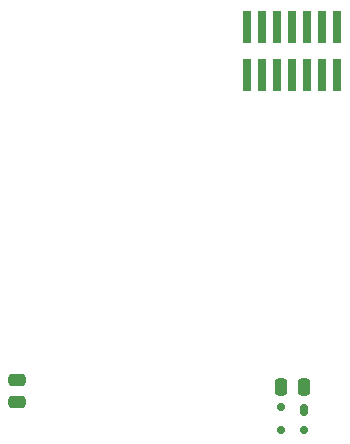
<source format=gbp>
G04 #@! TF.GenerationSoftware,KiCad,Pcbnew,9.0.6*
G04 #@! TF.CreationDate,2025-12-02T23:01:08+01:00*
G04 #@! TF.ProjectId,floppyv3_expansion,666c6f70-7079-4763-935f-657870616e73,rev?*
G04 #@! TF.SameCoordinates,Original*
G04 #@! TF.FileFunction,Paste,Bot*
G04 #@! TF.FilePolarity,Positive*
%FSLAX46Y46*%
G04 Gerber Fmt 4.6, Leading zero omitted, Abs format (unit mm)*
G04 Created by KiCad (PCBNEW 9.0.6) date 2025-12-02 23:01:08*
%MOMM*%
%LPD*%
G01*
G04 APERTURE LIST*
G04 Aperture macros list*
%AMRoundRect*
0 Rectangle with rounded corners*
0 $1 Rounding radius*
0 $2 $3 $4 $5 $6 $7 $8 $9 X,Y pos of 4 corners*
0 Add a 4 corners polygon primitive as box body*
4,1,4,$2,$3,$4,$5,$6,$7,$8,$9,$2,$3,0*
0 Add four circle primitives for the rounded corners*
1,1,$1+$1,$2,$3*
1,1,$1+$1,$4,$5*
1,1,$1+$1,$6,$7*
1,1,$1+$1,$8,$9*
0 Add four rect primitives between the rounded corners*
20,1,$1+$1,$2,$3,$4,$5,0*
20,1,$1+$1,$4,$5,$6,$7,0*
20,1,$1+$1,$6,$7,$8,$9,0*
20,1,$1+$1,$8,$9,$2,$3,0*%
G04 Aperture macros list end*
%ADD10RoundRect,0.175000X0.175000X0.325000X-0.175000X0.325000X-0.175000X-0.325000X0.175000X-0.325000X0*%
%ADD11RoundRect,0.150000X0.200000X0.150000X-0.200000X0.150000X-0.200000X-0.150000X0.200000X-0.150000X0*%
%ADD12RoundRect,0.250000X0.475000X-0.250000X0.475000X0.250000X-0.475000X0.250000X-0.475000X-0.250000X0*%
%ADD13RoundRect,0.250000X-0.250000X-0.475000X0.250000X-0.475000X0.250000X0.475000X-0.250000X0.475000X0*%
%ADD14R,0.740000X2.790000*%
G04 APERTURE END LIST*
D10*
G04 #@! TO.C,U1*
X116130000Y-119560000D03*
D11*
X116130000Y-121260000D03*
X114130000Y-121260000D03*
X114130000Y-119360000D03*
G04 #@! TD*
D12*
G04 #@! TO.C,C2*
X91800000Y-118940000D03*
X91800000Y-117040000D03*
G04 #@! TD*
D13*
G04 #@! TO.C,C1*
X114200000Y-117600000D03*
X116100000Y-117600000D03*
G04 #@! TD*
D14*
G04 #@! TO.C,J6*
X111290000Y-87145000D03*
X111290000Y-91215000D03*
X112560000Y-87145000D03*
X112560000Y-91215000D03*
X113830000Y-87145000D03*
X113830000Y-91215000D03*
X115100000Y-87145000D03*
X115100000Y-91215000D03*
X116370000Y-87145000D03*
X116370000Y-91215000D03*
X117640000Y-87145000D03*
X117640000Y-91215000D03*
X118910000Y-87145000D03*
X118910000Y-91215000D03*
G04 #@! TD*
M02*

</source>
